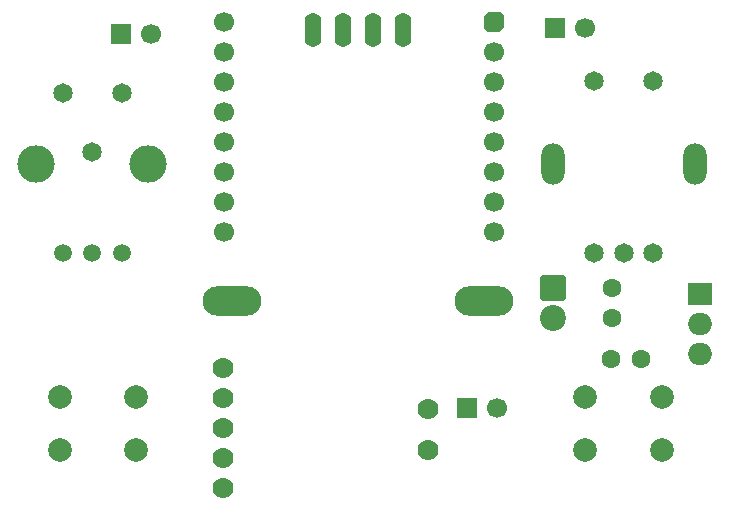
<source format=gbr>
%TF.GenerationSoftware,KiCad,Pcbnew,9.0.2*%
%TF.CreationDate,2025-05-20T12:48:23-07:00*%
%TF.ProjectId,40Hz_S2,3430487a-5f53-4322-9e6b-696361645f70,rev?*%
%TF.SameCoordinates,Original*%
%TF.FileFunction,Soldermask,Top*%
%TF.FilePolarity,Negative*%
%FSLAX46Y46*%
G04 Gerber Fmt 4.6, Leading zero omitted, Abs format (unit mm)*
G04 Created by KiCad (PCBNEW 9.0.2) date 2025-05-20 12:48:23*
%MOMM*%
%LPD*%
G01*
G04 APERTURE LIST*
G04 Aperture macros list*
%AMRoundRect*
0 Rectangle with rounded corners*
0 $1 Rounding radius*
0 $2 $3 $4 $5 $6 $7 $8 $9 X,Y pos of 4 corners*
0 Add a 4 corners polygon primitive as box body*
4,1,4,$2,$3,$4,$5,$6,$7,$8,$9,$2,$3,0*
0 Add four circle primitives for the rounded corners*
1,1,$1+$1,$2,$3*
1,1,$1+$1,$4,$5*
1,1,$1+$1,$6,$7*
1,1,$1+$1,$8,$9*
0 Add four rect primitives between the rounded corners*
20,1,$1+$1,$2,$3,$4,$5,0*
20,1,$1+$1,$4,$5,$6,$7,0*
20,1,$1+$1,$6,$7,$8,$9,0*
20,1,$1+$1,$8,$9,$2,$3,0*%
%AMFreePoly0*
4,1,19,-0.850000,0.255000,-0.829726,0.408997,-0.770285,0.552500,-0.675729,0.675729,-0.552500,0.770285,-0.408997,0.829726,-0.255000,0.850000,0.510000,0.850000,0.850000,0.510000,0.850000,-0.255000,0.829726,-0.408997,0.770285,-0.552500,0.675729,-0.675729,0.552500,-0.770285,0.408997,-0.829726,0.255000,-0.850000,-0.510000,-0.850000,-0.850000,-0.510000,-0.850000,0.255000,-0.850000,0.255000,
$1*%
G04 Aperture macros list end*
%ADD10RoundRect,1.250000X-1.250000X-0.000010X1.250000X-0.000010X1.250000X0.000010X-1.250000X0.000010X0*%
%ADD11RoundRect,0.700000X-0.000010X-0.750000X0.000010X-0.750000X0.000010X0.750000X-0.000010X0.750000X0*%
%ADD12C,2.000000*%
%ADD13C,1.600000*%
%ADD14C,1.778000*%
%ADD15C,1.500000*%
%ADD16C,3.164000*%
%ADD17C,1.650000*%
%ADD18RoundRect,1.000000X-0.000010X-0.750000X0.000010X-0.750000X0.000010X0.750000X-0.000010X0.750000X0*%
%ADD19RoundRect,0.249999X-0.850001X0.850001X-0.850001X-0.850001X0.850001X-0.850001X0.850001X0.850001X0*%
%ADD20C,2.200000*%
%ADD21R,1.700000X1.700000*%
%ADD22C,1.700000*%
%ADD23FreePoly0,180.000000*%
%ADD24R,2.000000X1.905000*%
%ADD25O,2.000000X1.905000*%
G04 APERTURE END LIST*
D10*
%TO.C,OLED_I2C1*%
X77800000Y-72600000D03*
X99200000Y-72600000D03*
D11*
X84690000Y-49670000D03*
X89770000Y-49670000D03*
X92310000Y-49670000D03*
X87230000Y-49670000D03*
%TD*%
D12*
%TO.C,start/stop1*%
X107750000Y-80750000D03*
X114250000Y-80750000D03*
X107750000Y-85250000D03*
X114250000Y-85250000D03*
%TD*%
D13*
%TO.C,R2*%
X110000000Y-74045000D03*
X110000000Y-71505000D03*
%TD*%
D12*
%TO.C,other1*%
X63250000Y-80750000D03*
X69750000Y-80750000D03*
X63250000Y-85250000D03*
X69750000Y-85250000D03*
%TD*%
D14*
%TO.C,Amp_1*%
X77048000Y-78300000D03*
X77048000Y-80840000D03*
X77048000Y-83380000D03*
X77048000Y-85920000D03*
X77048000Y-88460000D03*
X94447000Y-81707000D03*
X94447000Y-85207000D03*
%TD*%
D15*
%TO.C,VR1*%
X63500000Y-68525000D03*
X66000000Y-68525000D03*
X68500000Y-68525000D03*
D16*
X61250000Y-61025000D03*
X70750000Y-61025000D03*
%TD*%
D13*
%TO.C,R3*%
X109960000Y-77500000D03*
X112500000Y-77500000D03*
%TD*%
D17*
%TO.C,EN1*%
X108500000Y-54000000D03*
X113500000Y-54000000D03*
X108500000Y-68500000D03*
X113500000Y-68500000D03*
X111000000Y-68500000D03*
D18*
X105000000Y-61000000D03*
X117000000Y-61000000D03*
%TD*%
D19*
%TO.C,D1*%
X105000000Y-71500000D03*
D20*
X105000000Y-74040000D03*
%TD*%
D17*
%TO.C,RV1*%
X63500000Y-55000000D03*
X66000000Y-60000000D03*
X68500000Y-55000000D03*
%TD*%
D21*
%TO.C,J2*%
X97699438Y-81620306D03*
D22*
X100239438Y-81620306D03*
%TD*%
D23*
%TO.C,U1*%
X100000000Y-49000000D03*
D22*
X100000000Y-51540000D03*
X100000000Y-54080000D03*
X100000000Y-56620000D03*
X100000000Y-59160000D03*
X100000000Y-61700000D03*
X100000000Y-64240000D03*
X100000000Y-66780000D03*
X77140000Y-66780000D03*
X77140000Y-64240000D03*
X77140000Y-61700000D03*
X77140000Y-59160000D03*
X77140000Y-56620000D03*
X77140000Y-54080000D03*
X77140000Y-51540000D03*
X77140000Y-49000000D03*
%TD*%
D21*
%TO.C,J3*%
X105225000Y-49500000D03*
D22*
X107765000Y-49500000D03*
%TD*%
D24*
%TO.C,Q1*%
X117500000Y-72000000D03*
D25*
X117500000Y-74540000D03*
X117500000Y-77080000D03*
%TD*%
D21*
%TO.C,J1*%
X68460000Y-50000000D03*
D22*
X71000000Y-50000000D03*
%TD*%
M02*

</source>
